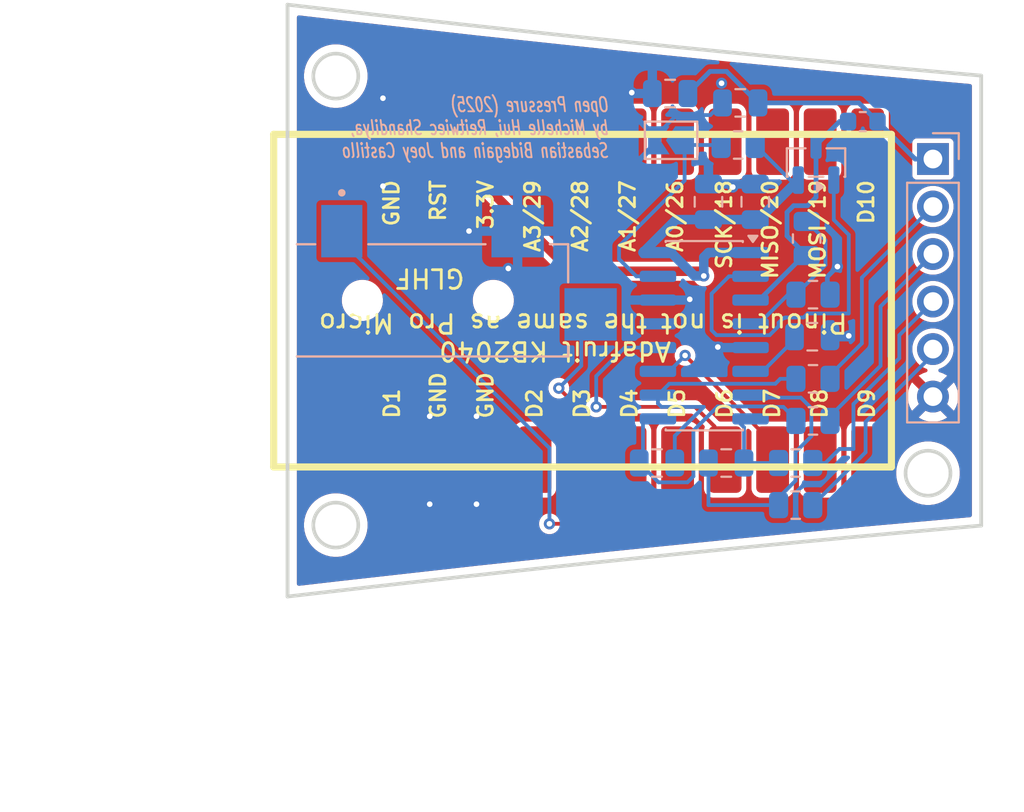
<source format=kicad_pcb>
(kicad_pcb (version 20241229) (generator "pcbnew") (generator_version "9.0")
  (layers (0 "F.Cu" signal) (4 "In1.Cu" signal) (6 "In2.Cu" signal) (2 "B.Cu" signal) (13 "F.Paste" user) (15 "B.Paste" user) (5 "F.SilkS" user "F.Silkscreen") (7 "B.SilkS" user "B.Silkscreen") (1 "F.Mask" user) (3 "B.Mask" user) (25 "Edge.Cuts" user))
  (net 0 "")
  (net 2 "BTN_DETECT")
  (net 10 "Net-(J1-Pin_3)")
  (net 11 "Net-(J1-Pin_4)")
  (net 12 "Net-(J1-Pin_2)")
  (net 13 "GND")
  (net 14 "Net-(J1-Pin_5)")
  (net 15 "/RATE")
  (net 16 "/B-")
  (net 18 "Net-(U2-VFB)")
  (net 19 "/B+")
  (net 20 "Net-(U2-VBG)")
  (net 21 "/A+")
  (net 22 "/A-")
  (net 23 "/SCLK")
  (net 24 "/DATAOUT")
  (net 25 "/TRIGGER")
  (net 26 "Net-(Q2-B)")
  (net 27 "/VPP")
  (net 28 "+3.3V")
  (net 29 "VDDA")
  (footprint "MountingHole:MountingHole_2.2mm_M2" (layer "F.Cu") (at 2.580111 3.81818)
    (property "Reference" "H3" (hide yes))
    (property "Value" "MountingHole")
    (pad "" np_thru_hole circle (at 0 0) (size 2.2 2.2) (drill 2.2) (layers "*.Cu" "*.Mask"))
  )
  (footprint "MountingHole:MountingHole_2.2mm_M2" (layer "F.Cu") (at 2.580111 27.81818)
    (property "Reference" "H4" (hide yes))
    (property "Value" "MountingHole")
    (pad "" np_thru_hole circle (at 0 0) (size 2.2 2.2) (drill 2.2) (layers "*.Cu" "*.Mask"))
  )
  (footprint "MountingHole:MountingHole_2.2mm_M2" (layer "F.Cu") (at 34.235681 25.044318)
    (property "Reference" "H2" (hide yes))
    (property "Value" "MountingHole")
    (pad "" np_thru_hole circle (at 0 0) (size 2.2 2.2) (drill 2.2) (layers "*.Cu" "*.Mask"))
  )
  (footprint "kb2040:kb2040_SMT" (layer "F.Cu") (at 14.5 15.821657 90)
    (property "Reference" "U1" (hide yes))
    (property "Value" "kb2040" (hide yes))
    (fp_line (start 8.89 -15.24) (end -8.89 -15.24) (stroke (width 0.381)) (layer "F.SilkS"))
    (fp_line (start -8.89 -15.24) (end -8.89 17.78) (stroke (width 0.381)) (layer "F.SilkS"))
    (fp_line (start 8.89 17.78) (end 8.89 -15.24) (stroke (width 0.381)) (layer "F.SilkS"))
    (fp_line (start -8.89 17.78) (end 8.89 17.78) (stroke (width 0.381)) (layer "F.SilkS"))
    (fp_text user "D6" (at -5.5 8.86 90) (layer "F.SilkS") (effects (font (size 0.8 0.8))))
    (fp_text user "GND" (at -5.061905 -6.4562 90) (layer "F.SilkS") (effects (font (size 0.8 0.8))))
    (fp_text user "A2/28" (at 4.52381 1.14 90) (layer "F.SilkS") (effects (font (size 0.8 0.8))))
    (fp_text user "Pinout is not the same as Pro Micro" (at -1.2 1.3 180) (layer "F.SilkS"))
    (fp_text user "D3" (at -5.5 1.24 90) (layer "F.SilkS") (effects (font (size 0.8 0.8))))
    (fp_text user "SCK/18" (at 4.066667 8.8362 90) (layer "F.SilkS") (effects (font (size 0.8 0.8))))
    (fp_text user "MISO/20" (at 3.8 11.3 90) (layer "F.SilkS") (effects (font (size 0.8 0.8))))
    (fp_text user "D10" (at 5.266667 16.4308 90) (layer "F.SilkS") (effects (font (size 0.8 0.8))))
    (fp_text user "D5" (at -5.5 6.32 90) (layer "F.SilkS") (effects (font (size 0.8 0.8))))
    (fp_text user "MOSI/19" (at 3.8 13.84 90) (layer "F.SilkS") (effects (font (size 0.8 0.8))))
    (fp_text user "D8" (at -5.5 13.94 90) (layer "F.SilkS") (effects (font (size 0.8 0.8))))
    (fp_text user "A3/29" (at 4.52381 -1.4 90) (layer "F.SilkS") (effects (font (size 0.8 0.8))))
    (fp_text user "A1/27" (at 4.52381 3.68 90) (layer "F.SilkS") (effects (font (size 0.8 0.8))))
    (fp_text user "A0/26" (at 4.52381 6.22 90) (layer "F.SilkS") (effects (font (size 0.8 0.8))))
    (fp_text user "GLHF" (at 1.2 -6.9 180) (layer "F.SilkS"))
    (fp_text user "D1" (at -5.5 -8.92 90) (layer "F.SilkS") (effects (font (size 0.8 0.8))))
    (fp_text user "RST" (at 5.342857 -6.4546 90) (layer "F.SilkS") (effects (font (size 0.8 0.8))))
    (fp_text user "D9" (at -5.5 16.47 90) (layer "F.SilkS") (effects (font (size 0.8 0.8))))
    (fp_text user "Adafruit KB2040" (at -2.7 -0.2 180) (layer "F.SilkS"))
    (fp_text user "3.3V" (at 5.133334 -3.9146 90) (layer "F.SilkS") (effects (font (size 0.8 0.8))))
    (fp_text user "GND" (at 5.209524 -8.9438 90) (layer "F.SilkS") (effects (font (size 0.8 0.8))))
    (fp_text user "D7" (at -5.5 11.4 90) (layer "F.SilkS") (effects (font (size 0.8 0.8))))
    (fp_text user "D4" (at -5.5 3.78 90) (layer "F.SilkS") (effects (font (size 0.8 0.8))))
    (fp_text user "D2" (at -5.5 -1.3 90) (layer "F.SilkS") (effects (font (size 0.8 0.8))))
    (fp_text user "GND" (at -5.061905 -3.9162 90) (layer "F.SilkS") (effects (font (size 0.8 0.8))))
    (pad "3" smd roundrect (at -8.4963 -8.89 90) (size 3.556 1.7526) (layers "F.Cu" "F.Mask" "F.Paste") (roundrect_rratio 0.15))
    (pad "4" smd roundrect (at -8.4963 -6.35 90) (size 3.556 1.7526) (layers "F.Cu" "F.Mask" "F.Paste") (roundrect_rratio 0.15) (net 13 "GND"))
    (pad "5" smd roundrect (at -8.4963 -3.81 90) (size 3.556 1.7526) (layers "F.Cu" "F.Mask" "F.Paste") (roundrect_rratio 0.15) (net 13 "GND"))
    (pad "6" smd roundrect (at -8.4963 -1.27 90) (size 3.556 1.7526) (layers "F.Cu" "F.Mask" "F.Paste") (roundrect_rratio 0.15))
    (pad "7" smd roundrect (at -8.4963 1.27 90) (size 3.556 1.7526) (layers "F.Cu" "F.Mask" "F.Paste") (roundrect_rratio 0.15) (net 2 "BTN_DETECT"))
    (pad "8" smd roundrect (at -8.4963 3.81 90) (size 3.556 1.7526) (layers "F.Cu" "F.Mask" "F.Paste") (roundrect_rratio 0.15) (net 25 "/TRIGGER"))
    (pad "9" smd roundrect (at -8.4963 6.35 90) (size 3.556 1.7526) (layers "F.Cu" "F.Mask" "F.Paste") (roundrect_rratio 0.15))
    (pad "10" smd roundrect (at -8.4963 8.89 90) (size 3.556 1.7526) (layers "F.Cu" "F.Mask" "F.Paste") (roundrect_rratio 0.15) (net 24 "/DATAOUT"))
    (pad "11" smd roundrect (at -8.4963 11.43 90) (size 3.556 1.7526) (layers "F.Cu" "F.Mask" "F.Paste") (roundrect_rratio 0.15) (net 23 "/SCLK"))
    (pad "12" smd roundrect (at -8.4963 13.97 90) (size 3.556 1.7526) (layers "F.Cu" "F.Mask" "F.Paste") (roundrect_rratio 0.15))
    (pad "13" smd roundrect (at -8.4963 16.51 90) (size 3.556 1.7526) (layers "F.Cu" "F.Mask" "F.Paste") (roundrect_rratio 0.15))
    (pad "16" smd roundrect (at 8.4963 -8.89 90) (size 3.556 1.7526) (layers "F.Cu" "F.Mask" "F.Paste") (roundrect_rratio 0.15) (net 13 "GND"))
    (pad "17" smd roundrect (at 8.4963 -6.35 90) (size 3.556 1.7526) (layers "F.Cu" "F.Mask" "F.Paste") (roundrect_rratio 0.15))
    (pad "18" smd roundrect (at 8.4963 -3.81 90) (size 3.556 1.7526) (layers "F.Cu" "F.Mask" "F.Paste") (roundrect_rratio 0.15) (net 28 "+3.3V"))
    (pad "19" smd roundrect (at 8.4963 -1.27 90) (size 3.556 1.7526) (layers "F.Cu" "F.Mask" "F.Paste") (roundrect_rratio 0.15))
    (pad "20" smd roundrect (at 8.4963 1.27 90) (size 3.556 1.7526) (layers "F.Cu" "F.Mask" "F.Paste") (roundrect_rratio 0.15))
    (pad "21" smd roundrect (at 8.4963 3.81 90) (size 3.556 1.7526) (layers "F.Cu" "F.Mask" "F.Paste") (roundrect_rratio 0.15))
    (pad "22" smd roundrect (at 8.4963 6.35 90) (size 3.556 1.7526) (layers "F.Cu" "F.Mask" "F.Paste") (roundrect_rratio 0.15))
    (pad "23" smd roundrect (at 8.4963 8.89 90) (size 3.556 1.7526) (layers "F.Cu" "F.Mask" "F.Paste") (roundrect_rratio 0.15))
    (pad "24" smd roundrect (at 8.4963 11.43 90) (size 3.556 1.7526) (layers "F.Cu" "F.Mask" "F.Paste") (roundrect_rratio 0.15))
    (pad "25" smd roundrect (at 8.4963 13.97 90) (size 3.556 1.7526) (layers "F.Cu" "F.Mask" "F.Paste") (roundrect_rratio 0.15))
    (pad "26" smd roundrect (at 8.4963 16.51 90) (size 3.556 1.7526) (layers "F.Cu" "F.Mask" "F.Paste") (roundrect_rratio 0.15))
  )
  (footprint "CUI_MJ-3523:CUI_MJ-3523-SMT-TR" (layer "B.Cu") (at 0.5 15.8061 90)
    (property "Reference" "J2" (hide yes))
    (property "Value" "MJ-3523-SMT-TR")
    (fp_line (start 3 0) (end 3 0.98) (stroke (width 0.127)) (layer "B.SilkS"))
    (fp_line (start -3 0) (end -3 14.5) (stroke (width 0.127)) (layer "B.SilkS"))
    (fp_line (start 3 10.08) (end 3 3.82) (stroke (width 0.127)) (layer "B.SilkS"))
    (fp_line (start 3 14.5) (end 3 13.52) (stroke (width 0.127)) (layer "B.SilkS"))
    (fp_line (start 0.97 14.5) (end 3 14.5) (stroke (width 0.127)) (layer "B.SilkS"))
    (fp_line (start -3 14.5) (end -2.47 14.5) (stroke (width 0.127)) (layer "B.SilkS"))
    (fp_circle (center 5.75 2.4) (end 5.85 2.4) (stroke (width 0.2)) (fill no) (layer "B.SilkS"))
    (pad "" np_thru_hole circle (at 0 3.5 90) (size 1.7 1.7) (drill 1.7) (layers "*.Cu" "*.Mask"))
    (pad "" np_thru_hole circle (at 0 10.5 90) (size 1.7 1.7) (drill 1.7) (layers "*.Cu" "*.Mask"))
    (pad "1" smd rect (at 3.7 2.4 90) (size 2.8 2.2) (layers "B.Cu" "B.Mask" "B.Paste") (net 25 "/TRIGGER"))
    (pad "2" smd rect (at 3.7 11.8 90) (size 2.8 2.8) (layers "B.Cu" "B.Mask" "B.Paste") (net 13 "GND"))
    (pad "10" smd rect (at -0.75 15.7 90) (size 2.8 2.8) (layers "B.Cu" "B.Mask" "B.Paste") (net 2 "BTN_DETECT"))
  )
  (footprint "Connector_PinHeader_2.54mm:PinHeader_1x06_P2.54mm_Vertical" (layer "B.Cu") (at 34.5 8.25 180)
    (property "Reference" "J1" (hide yes))
    (property "Value" "Conn_01x06" (hide yes))
    (fp_line (start 1.38 -1.27) (end 1.38 -14.08) (stroke (width 0.12)) (layer "B.SilkS"))
    (fp_line (start -1.38 1.38) (end 0 1.38) (stroke (width 0.12)) (layer "B.SilkS"))
    (fp_line (start -1.38 0) (end -1.38 1.38) (stroke (width 0.12)) (layer "B.SilkS"))
    (fp_line (start -1.38 -1.27) (end 1.38 -1.27) (stroke (width 0.12)) (layer "B.SilkS"))
    (fp_line (start -1.38 -1.27) (end -1.38 -14.08) (stroke (width 0.12)) (layer "B.SilkS"))
    (fp_line (start -1.38 -14.08) (end 1.38 -14.08) (stroke (width 0.12)) (layer "B.SilkS"))
    (pad "1" thru_hole rect (at 0 0 180) (size 1.7 1.7) (drill 1) (layers "*.Cu" "*.Mask") (net 27 "/VPP"))
    (pad "2" thru_hole circle (at 0 -2.54 180) (size 1.7 1.7) (drill 1) (layers "*.Cu" "*.Mask") (net 12 "Net-(J1-Pin_2)"))
    (pad "3" thru_hole circle (at 0 -5.08 180) (size 1.7 1.7) (drill 1) (layers "*.Cu" "*.Mask") (net 10 "Net-(J1-Pin_3)"))
    (pad "4" thru_hole circle (at 0 -7.62 180) (size 1.7 1.7) (drill 1) (layers "*.Cu" "*.Mask") (net 11 "Net-(J1-Pin_4)"))
    (pad "5" thru_hole circle (at 0 -10.16 180) (size 1.7 1.7) (drill 1) (layers "*.Cu" "*.Mask") (net 14 "Net-(J1-Pin_5)"))
    (pad "6" thru_hole circle (at 0 -12.7 180) (size 1.7 1.7) (drill 1) (layers "*.Cu" "*.Mask") (net 13 "GND"))
  )
  (footprint "Capacitor_SMD:C_0805_2012Metric" (layer "B.Cu") (at 19.75 24.5 180)
    (property "Reference" "C2" (hide yes))
    (property "Value" "0.1uF")
    (fp_line (start -0.261252 0.735) (end 0.261252 0.735) (stroke (width 0.12)) (layer "B.SilkS"))
    (fp_line (start -0.261252 -0.735) (end 0.261252 -0.735) (stroke (width 0.12)) (layer "B.SilkS"))
    (pad "1" smd roundrect (at -0.95 0 180) (size 1 1.45) (layers "B.Cu" "B.Mask" "B.Paste") (net 19 "/B+"))
    (pad "2" smd roundrect (at 0.95 0 180) (size 1 1.45) (layers "B.Cu" "B.Mask" "B.Paste") (net 16 "/B-"))
  )
  (footprint "Capacitor_SMD:C_0805_2012Metric" (layer "B.Cu") (at 28.05 17.75)
    (property "Reference" "C1" (hide yes))
    (property "Value" "0.1uF")
    (fp_line (start -0.261252 -0.735) (end 0.261252 -0.735) (stroke (width 0.12)) (layer "B.SilkS"))
    (fp_line (start -0.261252 0.735) (end 0.261252 0.735) (stroke (width 0.12)) (layer "B.SilkS"))
    (pad "1" smd roundrect (at -0.95 0) (size 1 1.45) (layers "B.Cu" "B.Mask" "B.Paste") (net 20 "Net-(U2-VBG)"))
    (pad "2" smd roundrect (at 0.95 0) (size 1 1.45) (layers "B.Cu" "B.Mask" "B.Paste") (net 13 "GND"))
  )
  (footprint "Resistor_SMD:R_0805_2012Metric" (layer "B.Cu") (at 28.0875 20)
    (property "Reference" "R2" (hide yes))
    (property "Value" "100")
    (fp_line (start -0.227064 -0.735) (end 0.227064 -0.735) (stroke (width 0.12)) (layer "B.SilkS"))
    (fp_line (start -0.227064 0.735) (end 0.227064 0.735) (stroke (width 0.12)) (layer "B.SilkS"))
    (pad "1" smd roundrect (at -0.9125 0) (size 1.025 1.4) (layers "B.Cu" "B.Mask" "B.Paste") (roundrect_rratio 0.243902) (net 19 "/B+"))
    (pad "2" smd roundrect (at 0.9125 0) (size 1.025 1.4) (layers "B.Cu" "B.Mask" "B.Paste") (roundrect_rratio 0.243902) (net 12 "Net-(J1-Pin_2)"))
  )
  (footprint "Package_TO_SOT_SMD:SOT-23" (layer "B.Cu") (at 28.25 8.4375 90)
    (property "Reference" "Q2" (hide yes))
    (property "Value" "SS8550" (hide yes))
    (fp_line (start 0.76 -1.56) (end -0.76 -1.56) (stroke (width 0.12)) (layer "B.SilkS"))
    (fp_line (start -0.76 -1.56) (end -0.76 -1.51) (stroke (width 0.12)) (layer "B.SilkS"))
    (fp_line (start 0.76 -0.56) (end 0.76 -1.56) (stroke (width 0.12)) (layer "B.SilkS"))
    (fp_line (start -0.76 -0.39) (end -0.76 0.39) (stroke (width 0.12)) (layer "B.SilkS"))
    (fp_line (start -0.76 1.51) (end -0.76 1.56) (stroke (width 0.12)) (layer "B.SilkS"))
    (fp_line (start 0.76 1.56) (end 0.76 0.56) (stroke (width 0.12)) (layer "B.SilkS"))
    (fp_line (start -0.76 1.56) (end 0.76 1.56) (stroke (width 0.12)) (layer "B.SilkS"))
    (fp_poly (pts (xy -1.3 0.38) (xy -1.06 0.05) (xy -1.54 0.05)) (stroke (width 0.12)) (fill yes) (layer "B.SilkS"))
    (pad "1" smd roundrect (at -0.9375 0.95 90) (size 1.475 0.6) (layers "B.Cu" "B.Mask" "B.Paste") (net 26 "Net-(Q2-B)"))
    (pad "2" smd roundrect (at -0.9375 -0.95 90) (size 1.475 0.6) (layers "B.Cu" "B.Mask" "B.Paste") (net 28 "+3.3V"))
    (pad "3" smd roundrect (at 0.9375 0 90) (size 1.475 0.6) (layers "B.Cu" "B.Mask" "B.Paste") (net 29 "VDDA"))
  )
  (footprint "Package_SO:SOIC-16_3.9x9.9mm_P1.27mm" (layer "B.Cu") (at 22.275 17.695 180)
    (property "Reference" "U2" (hide yes))
    (property "Value" "HX711")
    (fp_line (start 2.06 5.06) (end 2.06 5.005) (stroke (width 0.12)) (layer "B.SilkS"))
    (fp_line (start 2.06 -5.005) (end 2.06 -5.06) (stroke (width 0.12)) (layer "B.SilkS"))
    (fp_line (start 2.06 -5.06) (end -2.06 -5.06) (stroke (width 0.12)) (layer "B.SilkS"))
    (fp_line (start -2.06 5.06) (end 2.06 5.06) (stroke (width 0.12)) (layer "B.SilkS"))
    (fp_line (start -2.06 5.005) (end -2.06 5.06) (stroke (width 0.12)) (layer "B.SilkS"))
    (fp_line (start -2.06 -5.06) (end -2.06 -5.005) (stroke (width 0.12)) (layer "B.SilkS"))
    (fp_poly (pts (xy -2.6 5.01) (xy -2.84 5.34) (xy -2.36 5.34)) (stroke (width 0.12)) (fill yes) (layer "B.SilkS"))
    (pad "1" smd roundrect (at -2.475 4.445 180) (size 1.95 0.6) (layers "B.Cu" "B.Mask" "B.Paste") (net 28 "+3.3V"))
    (pad "2" smd roundrect (at -2.475 3.175 180) (size 1.95 0.6) (layers "B.Cu" "B.Mask" "B.Paste") (net 26 "Net-(Q2-B)"))
    (pad "3" smd roundrect (at -2.475 1.905 180) (size 1.95 0.6) (layers "B.Cu" "B.Mask" "B.Paste") (net 29 "VDDA"))
    (pad "4" smd roundrect (at -2.475 0.635 180) (size 1.95 0.6) (layers "B.Cu" "B.Mask" "B.Paste") (net 18 "Net-(U2-VFB)"))
    (pad "5" smd roundrect (at -2.475 -0.635 180) (size 1.95 0.6) (layers "B.Cu" "B.Mask" "B.Paste") (net 13 "GND"))
    (pad "6" smd roundrect (at -2.475 -1.905 180) (size 1.95 0.6) (layers "B.Cu" "B.Mask" "B.Paste") (net 20 "Net-(U2-VBG)"))
    (pad "7" smd roundrect (at -2.475 -3.175 180) (size 1.95 0.6) (layers "B.Cu" "B.Mask" "B.Paste") (net 22 "/A-"))
    (pad "8" smd roundrect (at -2.475 -4.445 180) (size 1.95 0.6) (layers "B.Cu" "B.Mask" "B.Paste") (net 21 "/A+"))
    (pad "9" smd roundrect (at 2.475 -4.445 180) (size 1.95 0.6) (layers "B.Cu" "B.Mask" "B.Paste") (net 16 "/B-"))
    (pad "10" smd roundrect (at 2.475 -3.175 180) (size 1.95 0.6) (layers "B.Cu" "B.Mask" "B.Paste") (net 19 "/B+"))
    (pad "11" smd roundrect (at 2.475 -1.905 180) (size 1.95 0.6) (layers "B.Cu" "B.Mask" "B.Paste") (net 23 "/SCLK"))
    (pad "12" smd roundrect (at 2.475 -0.635 180) (size 1.95 0.6) (layers "B.Cu" "B.Mask" "B.Paste") (net 24 "/DATAOUT"))
    (pad "13" smd roundrect (at 2.475 0.635 180) (size 1.95 0.6) (layers "B.Cu" "B.Mask" "B.Paste"))
    (pad "14" smd roundrect (at 2.475 1.905 180) (size 1.95 0.6) (layers "B.Cu" "B.Mask" "B.Paste") (net 13 "GND"))
    (pad "15" smd roundrect (at 2.475 3.175 180) (size 1.95 0.6) (layers "B.Cu" "B.Mask" "B.Paste") (net 15 "/RATE"))
    (pad "16" smd roundrect (at 2.475 4.445 180) (size 1.95 0.6) (layers "B.Cu" "B.Mask" "B.Paste") (net 28 "+3.3V"))
  )
  (footprint "Inductor_SMD:L_0603_1608Metric" (layer "B.Cu") (at 30.75 6.25 180)
    (property "Reference" "L1" (hide yes))
    (property "Value" "3.3uH")
    (fp_line (start -0.162779 0.51) (end 0.162779 0.51) (stroke (width 0.12)) (layer "B.SilkS"))
    (fp_line (start -0.162779 -0.51) (end 0.162779 -0.51) (stroke (width 0.12)) (layer "B.SilkS"))
    (pad "1" smd roundrect (at -0.7875 0 180) (size 0.875 0.95) (layers "B.Cu" "B.Mask" "B.Paste") (net 27 "/VPP"))
    (pad "2" smd roundrect (at 0.7875 0 180) (size 0.875 0.95) (layers "B.Cu" "B.Mask" "B.Paste") (net 29 "VDDA"))
  )
  (footprint "Capacitor_SMD:C_0805_2012Metric" (layer "B.Cu") (at 22.5 10.5375 90)
    (property "Reference" "C7" (hide yes))
    (property "Value" "0.1uF")
    (fp_line (start -0.261252 -0.735) (end 0.261252 -0.735) (stroke (width 0.12)) (layer "B.SilkS"))
    (fp_line (start -0.261252 0.735) (end 0.261252 0.735) (stroke (width 0.12)) (layer "B.SilkS"))
    (pad "1" smd roundrect (at -0.95 0 90) (size 1 1.45) (layers "B.Cu" "B.Mask" "B.Paste") (net 28 "+3.3V"))
    (pad "2" smd roundrect (at 0.95 0 90) (size 1 1.45) (layers "B.Cu" "B.Mask" "B.Paste") (net 13 "GND"))
  )
  (footprint "Capacitor_SMD:C_0805_2012Metric" (layer "B.Cu") (at 24.2 5.25 180)
    (property "Reference" "C4" (hide yes))
    (property "Value" "10uF")
    (fp_line (start -0.261252 0.735) (end 0.261252 0.735) (stroke (width 0.12)) (layer "B.SilkS"))
    (fp_line (start -0.261252 -0.735) (end 0.261252 -0.735) (stroke (width 0.12)) (layer "B.SilkS"))
    (pad "1" smd roundrect (at -0.95 0 180) (size 1 1.45) (layers "B.Cu" "B.Mask" "B.Paste") (net 27 "/VPP"))
    (pad "2" smd roundrect (at 0.95 0 180) (size 1 1.45) (layers "B.Cu" "B.Mask" "B.Paste") (net 13 "GND"))
  )
  (footprint "Capacitor_SMD:C_0805_2012Metric" (layer "B.Cu") (at 20.45 4.75 180)
    (property "Reference" "C5" (hide yes))
    (property "Value" "0.1uF")
    (fp_line (start -0.261252 0.735) (end 0.261252 0.735) (stroke (width 0.12)) (layer "B.SilkS"))
    (fp_line (start -0.261252 -0.735) (end 0.261252 -0.735) (stroke (width 0.12)) (layer "B.SilkS"))
    (pad "1" smd roundrect (at -0.95 0 180) (size 1 1.45) (layers "B.Cu" "B.Mask" "B.Paste") (net 27 "/VPP"))
    (pad "2" smd roundrect (at 0.95 0 180) (size 1 1.45) (layers "B.Cu" "B.Mask" "B.Paste") (net 13 "GND"))
  )
  (footprint "Resistor_SMD:R_0805_2012Metric" (layer "B.Cu") (at 28.0875 22.25 180)
    (property "Reference" "R1" (hide yes))
    (property "Value" "100")
    (fp_line (start -0.227064 0.735) (end 0.227064 0.735) (stroke (width 0.12)) (layer "B.SilkS"))
    (fp_line (start -0.227064 -0.735) (end 0.227064 -0.735) (stroke (width 0.12)) (layer "B.SilkS"))
    (pad "1" smd roundrect (at -0.9125 0 180) (size 1.025 1.4) (layers "B.Cu" "B.Mask" "B.Paste") (roundrect_rratio 0.243902) (net 10 "Net-(J1-Pin_3)"))
    (pad "2" smd roundrect (at 0.9125 0 180) (size 1.025 1.4) (layers "B.Cu" "B.Mask" "B.Paste") (roundrect_rratio 0.243902) (net 16 "/B-"))
  )
  (footprint "Capacitor_SMD:C_0805_2012Metric" (layer "B.Cu") (at 25 10.5375 90)
    (property "Reference" "C6" (hide yes))
    (property "Value" "10uF")
    (fp_line (start -0.261252 -0.735) (end 0.261252 -0.735) (stroke (width 0.12)) (layer "B.SilkS"))
    (fp_line (start -0.261252 0.735) (end 0.261252 0.735) (stroke (width 0.12)) (layer "B.SilkS"))
    (pad "1" smd roundrect (at -0.95 0 90) (size 1 1.45) (layers "B.Cu" "B.Mask" "B.Paste") (net 28 "+3.3V"))
    (pad "2" smd roundrect (at 0.95 0 90) (size 1 1.45) (layers "B.Cu" "B.Mask" "B.Paste") (net 13 "GND"))
  )
  (footprint "Resistor_SMD:R_0805_2012Metric" (layer "B.Cu") (at 24.0875 7.5)
    (property "Reference" "R7" (hide yes))
    (property "Value" "10K")
    (fp_line (start -0.227064 -0.735) (end 0.227064 -0.735) (stroke (width 0.12)) (layer "B.SilkS"))
    (fp_line (start -0.227064 0.735) (end 0.227064 0.735) (stroke (width 0.12)) (layer "B.SilkS"))
    (pad "1" smd roundrect (at -0.9125 0) (size 1.025 1.4) (layers "B.Cu" "B.Mask" "B.Paste") (roundrect_rratio 0.243902) (net 15 "/RATE"))
    (pad "2" smd roundrect (at 0.9125 0) (size 1.025 1.4) (layers "B.Cu" "B.Mask" "B.Paste") (roundrect_rratio 0.243902) (net 28 "+3.3V"))
  )
  (footprint "Resistor_SMD:R_0805_2012Metric" (layer "B.Cu") (at 27.1625 26.75)
    (property "Reference" "R3" (hide yes))
    (property "Value" "100")
    (fp_line (start -0.227064 -0.735) (end 0.227064 -0.735) (stroke (width 0.12)) (layer "B.SilkS"))
    (fp_line (start -0.227064 0.735) (end 0.227064 0.735) (stroke (width 0.12)) (layer "B.SilkS"))
    (pad "1" smd roundrect (at -0.9125 0) (size 1.025 1.4) (layers "B.Cu" "B.Mask" "B.Paste") (roundrect_rratio 0.243902) (net 22 "/A-"))
    (pad "2" smd roundrect (at 0.9125 0) (size 1.025 1.4) (layers "B.Cu" "B.Mask" "B.Paste") (roundrect_rratio 0.243902) (net 14 "Net-(J1-Pin_5)"))
  )
  (footprint "Resistor_SMD:R_0805_2012Metric" (layer "B.Cu") (at 28.0875 15.5 180)
    (property "Reference" "R6" (hide yes))
    (property "Value" "8.2K")
    (fp_line (start -0.227064 0.735) (end 0.227064 0.735) (stroke (width 0.12)) (layer "B.SilkS"))
    (fp_line (start -0.227064 -0.735) (end 0.227064 -0.735) (stroke (width 0.12)) (layer "B.SilkS"))
    (pad "1" smd roundrect (at -0.9125 0 180) (size 1.025 1.4) (layers "B.Cu" "B.Mask" "B.Paste") (roundrect_rratio 0.243902) (net 13 "GND"))
    (pad "2" smd roundrect (at 0.9125 0 180) (size 1.025 1.4) (layers "B.Cu" "B.Mask" "B.Paste") (roundrect_rratio 0.243902) (net 18 "Net-(U2-VFB)"))
  )
  (footprint "Resistor_SMD:R_0805_2012Metric" (layer "B.Cu") (at 27.1625 24.5)
    (property "Reference" "R4" (hide yes))
    (property "Value" "100")
    (fp_line (start -0.227064 -0.735) (end 0.227064 -0.735) (stroke (width 0.12)) (layer "B.SilkS"))
    (fp_line (start -0.227064 0.735) (end 0.227064 0.735) (stroke (width 0.12)) (layer "B.SilkS"))
    (pad "1" smd roundrect (at -0.9125 0) (size 1.025 1.4) (layers "B.Cu" "B.Mask" "B.Paste") (roundrect_rratio 0.243902) (net 21 "/A+"))
    (pad "2" smd roundrect (at 0.9125 0) (size 1.025 1.4) (layers "B.Cu" "B.Mask" "B.Paste") (roundrect_rratio 0.243902) (net 11 "Net-(J1-Pin_4)"))
  )
  (footprint "Capacitor_SMD:C_0805_2012Metric" (layer "B.Cu") (at 23.45 24.5 180)
    (property "Reference" "C3" (hide yes))
    (property "Value" "0.1uF")
    (fp_line (start -0.261252 0.735) (end 0.261252 0.735) (stroke (width 0.12)) (layer "B.SilkS"))
    (fp_line (start -0.261252 -0.735) (end 0.261252 -0.735) (stroke (width 0.12)) (layer "B.SilkS"))
    (pad "1" smd roundrect (at -0.95 0 180) (size 1 1.45) (layers "B.Cu" "B.Mask" "B.Paste") (net 21 "/A+"))
    (pad "2" smd roundrect (at 0.95 0 180) (size 1 1.45) (layers "B.Cu" "B.Mask" "B.Paste") (net 22 "/A-"))
  )
  (footprint "Jumper:SolderJumper-2_P1.3mm_Open_TrianglePad1.0x1.5mm" (layer "B.Cu") (at 20.5 7.25 180)
    (property "Reference" "JP1" (hide yes))
    (property "Value" "SolderJumper_2_Open")
    (fp_line (start 1.4 1) (end 1.4 -1) (stroke (width 0.12)) (layer "B.SilkS"))
    (fp_line (start 1.4 -1) (end -1.4 -1) (stroke (width 0.12)) (layer "B.SilkS"))
    (fp_line (start -1.4 1) (end 1.4 1) (stroke (width 0.12)) (layer "B.SilkS"))
    (fp_line (start -1.4 -1) (end -1.4 1) (stroke (width 0.12)) (layer "B.SilkS"))
    (pad "1" smd custom (at -0.725 0 180) (size 0.3 0.3) (layers "B.Cu" "B.Mask") (net 15 "/RATE") (options (clearance outline) (anchor rect)) (primitives (gr_poly (pts (xy 1 0) (xy 0.5 -0.75) (xy -0.5 -0.75) (xy -0.5 0.75) (xy 0.5 0.75)) (width 0) (fill yes))))
    (pad "2" smd custom (at 0.725 0 180) (size 0.3 0.3) (layers "B.Cu" "B.Mask") (net 13 "GND") (options (clearance outline) (anchor rect)) (primitives (gr_poly (pts (xy 0.5 -0.75) (xy -0.65 -0.75) (xy -0.15 0) (xy -0.65 0.75) (xy 0.5 0.75)) (width 0) (fill yes))))
  )
  (footprint "Resistor_SMD:R_0805_2012Metric" (layer "B.Cu") (at 27.75 12.5 90)
    (property "Reference" "R5" (hide yes))
    (property "Value" "20K" (hide yes))
    (fp_line (start -0.227064 -0.735) (end 0.227064 -0.735) (stroke (width 0.12)) (layer "B.SilkS"))
    (fp_line (start -0.227064 0.735) (end 0.227064 0.735) (stroke (width 0.12)) (layer "B.SilkS"))
    (pad "1" smd roundrect (at -0.9125 0 90) (size 1.025 1.4) (layers "B.Cu" "B.Mask" "B.Paste") (roundrect_rratio 0.243902) (net 29 "VDDA"))
    (pad "2" smd roundrect (at 0.9125 0 90) (size 1.025 1.4) (layers "B.Cu" "B.Mask" "B.Paste") (roundrect_rratio 0.243902) (net 18 "Net-(U2-VFB)"))
  )
  (gr_circle (center 34.235681 25.044318) (end 33.035681 25.044318) (stroke (width 0.2)) (fill no) (layer "Edge.Cuts"))
  (gr_line (start 0 31.63636) (end 0 0) (stroke (width 0.2)) (layer "Edge.Cuts"))
  (gr_circle (center 2.580111 27.81818) (end 1.380111 27.81818) (stroke (width 0.2)) (fill no) (layer "Edge.Cuts"))
  (gr_line (start 37.080112 27.8441) (end 37.080112 3.79226) (stroke (width 0.2)) (layer "Edge.Cuts"))
  (gr_curve (pts (xy 37.080112 3.79226) (xy 24.624482 2.718587) (xy 12.193864 1.418579) (xy 0 0)) (stroke (width 0.2)) (layer "Edge.Cuts"))
  (gr_curve (pts (xy 37.080112 27.8441) (xy 24.624482 28.917773) (xy 12.193864 30.217781) (xy 0 31.63636)) (stroke (width 0.2)) (layer "Edge.Cuts"))
  (gr_circle (center 2.580111 3.81818) (end 1.380111 3.81818) (stroke (width 0.2)) (fill no) (layer "Edge.Cuts"))
  (gr_text "Open Pressure (2025)\nby Michelle Hui, Reitwiec Shandilya, \nSebastian Bidegain and Joey Castillo" (at 17.25 8.25 0) (layer "B.SilkS") (effects (font (size 0.762 0.5) (thickness 0.1) (bold yes) (italic yes)) (justify left bottom mirror)))
  (segment (start 15.2 21.2) (end 15.2 24.317957) (width 0.2032) (layer "F.Cu") (net 2))
  (segment (start 14.5 20.5) (end 15.2 21.2) (width 0.2032) (layer "F.Cu") (net 2))
  (via (at 14.5 20.5) (size 0.6) (drill 0.3) (layers "F.Cu" "B.Cu") (net 2))
  (segment (start 15.7 16.5561) (end 15.7 19.3) (width 0.2032) (layer "B.Cu") (net 2))
  (segment (start 15.7 19.3) (end 14.5 20.5) (width 0.2032) (layer "B.Cu") (net 2))
  (segment (start 34.5 13.33) (end 31.7 16.13) (width 0.2032) (layer "B.Cu") (net 10))
  (segment (start 31.7 16.13) (end 31.7 19.3) (width 0.2032) (layer "B.Cu") (net 10))
  (segment (start 29 22) (end 29 22.25) (width 0.2032) (layer "B.Cu") (net 10))
  (segment (start 31.7 19.3) (end 29 22) (width 0.2032) (layer "B.Cu") (net 10))
  (segment (start 29.5 23.75) (end 28.75 24.5) (width 0.2032) (layer "B.Cu") (net 11))
  (segment (start 28.75 24.5) (end 28.075 24.5) (width 0.2032) (layer "B.Cu") (net 11))
  (segment (start 30.25 21.35) (end 30.25 23.75) (width 0.2032) (layer "B.Cu") (net 11))
  (segment (start 32.7 18.9) (end 30.25 21.35) (width 0.2032) (layer "B.Cu") (net 11))
  (segment (start 30.25 23.75) (end 29.5 23.75) (width 0.2032) (layer "B.Cu") (net 11))
  (segment (start 32.7 17.67) (end 32.7 18.9) (width 0.2032) (layer "B.Cu") (net 11))
  (segment (start 34.5 15.87) (end 32.7 17.67) (width 0.2032) (layer "B.Cu") (net 11))
  (segment (start 30.7 14.59) (end 30.7 18.1) (width 0.2032) (layer "B.Cu") (net 12))
  (segment (start 29 19.8) (end 29 20) (width 0.2032) (layer "B.Cu") (net 12))
  (segment (start 34.5 10.79) (end 30.7 14.59) (width 0.2032) (layer "B.Cu") (net 12))
  (segment (start 30.7 18.1) (end 29 19.8) (width 0.2032) (layer "B.Cu") (net 12))
  (via (at 23.2 4.2) (size 0.6) (drill 0.3) (layers "F.Cu" "B.Cu") (net 13))
  (via (at 7.6 26.7) (size 0.6) (drill 0.3) (layers "F.Cu" "B.Cu") (net 13))
  (via (at 18.4 4.7) (size 0.6) (drill 0.3) (layers "F.Cu" "B.Cu") (net 13))
  (via (at 7.6 22) (size 0.6) (drill 0.3) (layers "F.Cu" "B.Cu") (net 13))
  (via (at 23 18.3) (size 0.6) (drill 0.3) (layers "F.Cu" "B.Cu") (net 13))
  (via (at 10.1 26.7) (size 0.6) (drill 0.3) (layers "F.Cu" "B.Cu") (net 13))
  (via (at 30 17.7) (size 0.6) (drill 0.3) (layers "F.Cu" "B.Cu") (net 13))
  (via (at 29.3952 14) (size 0.6) (drill 0.3) (layers "F.Cu" "B.Cu") (net 13))
  (via (at 10.1 22) (size 0.6) (drill 0.3) (layers "F.Cu" "B.Cu") (net 13))
  (via (at 5.1 9.7) (size 0.6) (drill 0.3) (layers "F.Cu" "B.Cu") (net 13))
  (via (at 11.8 14.1) (size 0.6) (drill 0.3) (layers "F.Cu" "B.Cu") (net 13))
  (via (at 5.1 5) (size 0.6) (drill 0.3) (layers "F.Cu" "B.Cu") (net 13))
  (via (at 9.7 12.1) (size 0.6) (drill 0.3) (layers "F.Cu" "B.Cu") (net 13))
  (via (at 23.8 9.75) (size 0.6) (drill 0.3) (layers "F.Cu" "B.Cu") (net 13))
  (via (at 21.5 15.75) (size 0.6) (drill 0.3) (layers "F.Cu" "B.Cu") (net 13))
  (segment (start 19.775 6.925) (end 19.775 7.25) (width 0.2032) (layer "B.Cu") (net 13))
  (segment (start 29.3952 14) (end 28.853836 14.541364) (width 0.254) (layer "B.Cu") (net 13))
  (segment (start 22.6 5.9) (end 20.8 5.9) (width 0.2032) (layer "B.Cu") (net 13))
  (segment (start 28.853836 14.838719) (end 29 14.984883) (width 0.254) (layer "B.Cu") (net 13))
  (segment (start 29 14.984883) (end 29 15.5) (width 0.254) (layer "B.Cu") (net 13))
  (segment (start 23.25 5.25) (end 22.6 5.9) (width 0.2032) (layer "B.Cu") (net 13))
  (segment (start 28.853836 14.541364) (end 28.853836 14.838719) (width 0.254) (layer "B.Cu") (net 13))
  (segment (start 20.8 5.9) (end 19.775 6.925) (width 0.2032) (layer "B.Cu") (net 13))
  (segment (start 30.9 23.925) (end 28.075 26.75) (width 0.2032) (layer "B.Cu") (net 14))
  (segment (start 34.5 18.7) (end 30.9 22.3) (width 0.2032) (layer "B.Cu") (net 14))
  (segment (start 34.5 18.41) (end 34.5 18.7) (width 0.2032) (layer "B.Cu") (net 14))
  (segment (start 30.9 22.3) (end 30.9 23.925) (width 0.2032) (layer "B.Cu") (net 14))
  (segment (start 21.225 9.401244) (end 17.7192 12.907044) (width 0.2032) (layer "B.Cu") (net 15))
  (segment (start 21.475 7.5) (end 21.225 7.25) (width 0.2032) (layer "B.Cu") (net 15))
  (segment (start 17.7192 13.592956) (end 18.646244 14.52) (width 0.2032) (layer "B.Cu") (net 15))
  (segment (start 18.646244 14.52) (end 19 14.52) (width 0.2032) (layer "B.Cu") (net 15))
  (segment (start 17.7192 12.907044) (end 17.7192 13.592956) (width 0.2032) (layer "B.Cu") (net 15))
  (segment (start 21.225 7.25) (end 21.225 9.401244) (width 0.2032) (layer "B.Cu") (net 15))
  (segment (start 23.175 7.5) (end 21.475 7.5) (width 0.2032) (layer "B.Cu") (net 15))
  (segment (start 19 22.14) (end 19 24.3) (width 0.2032) (layer "B.Cu") (net 16))
  (segment (start 26.5 21.5) (end 27.175 22.175) (width 0.2032) (layer "B.Cu") (net 16))
  (segment (start 22.990444 21.4758) (end 25.9758 21.4758) (width 0.2032) (layer "B.Cu") (net 16))
  (segment (start 21.6942 25.212146) (end 21.6942 22.772044) (width 0.2032) (layer "B.Cu") (net 16))
  (segment (start 19.8308 25.5308) (end 21.375546 25.5308) (width 0.2032) (layer "B.Cu") (net 16))
  (segment (start 21.375546 25.5308) (end 21.6942 25.212146) (width 0.2032) (layer "B.Cu") (net 16))
  (segment (start 26 21.5) (end 26.5 21.5) (width 0.2032) (layer "B.Cu") (net 16))
  (segment (start 27.175 22.175) (end 27.175 22.25) (width 0.2032) (layer "B.Cu") (net 16))
  (segment (start 25.9758 21.4758) (end 26 21.5) (width 0.2032) (layer "B.Cu") (net 16))
  (segment (start 18.8 24.5) (end 19.8308 25.5308) (width 0.2032) (layer "B.Cu") (net 16))
  (segment (start 19 24.3) (end 18.8 24.5) (width 0.2032) (layer "B.Cu") (net 16))
  (segment (start 21.6942 22.772044) (end 22.990444 21.4758) (width 0.2032) (layer "B.Cu") (net 16))
  (segment (start 26.75 15.5) (end 27.167946 15.5) (width 0.2032) (layer "B.Cu") (net 18))
  (segment (start 28.7558 12.5933) (end 27.75 11.5875) (width 0.2032) (layer "B.Cu") (net 18))
  (segment (start 28.7558 13.912146) (end 28.7558 12.5933) (width 0.2032) (layer "B.Cu") (net 18))
  (segment (start 23.95 17.06) (end 25.19 17.06) (width 0.2032) (layer "B.Cu") (net 18))
  (segment (start 27.167946 15.5) (end 28.7558 13.912146) (width 0.2032) (layer "B.Cu") (net 18))
  (segment (start 25.19 17.06) (end 26.75 15.5) (width 0.2032) (layer "B.Cu") (net 18))
  (segment (start 19.8 20.87) (end 19.8 21.316244) (width 0.2032) (layer "B.Cu") (net 19))
  (segment (start 19.8 21.316244) (end 19.983756 21.5) (width 0.2032) (layer "B.Cu") (net 19))
  (segment (start 19.983756 21.5) (end 22.25 21.5) (width 0.2032) (layer "B.Cu") (net 19))
  (segment (start 22.25 21.5) (end 20.7 23.05) (width 0.2032) (layer "B.Cu") (net 19))
  (segment (start 27.175 20) (end 26.3375 20) (width 0.2032) (layer "B.Cu") (net 19))
  (segment (start 26.3375 20) (end 26.0733 20.2642) (width 0.2032) (layer "B.Cu") (net 19))
  (segment (start 20.4058 20.2642) (end 19.8 20.87) (width 0.2032) (layer "B.Cu") (net 19))
  (segment (start 20.7 23.05) (end 20.7 24.5) (width 0.2032) (layer "B.Cu") (net 19))
  (segment (start 26.0733 20.2642) (end 20.4058 20.2642) (width 0.2032) (layer "B.Cu") (net 19))
  (segment (start 27.1 17.9) (end 25.4 19.6) (width 0.2032) (layer "B.Cu") (net 20))
  (segment (start 27.1 17.75) (end 27.1 17.9) (width 0.2032) (layer "B.Cu") (net 20))
  (segment (start 25.4 19.6) (end 23.95 19.6) (width 0.2032) (layer "B.Cu") (net 20))
  (segment (start 24.4 22.59) (end 23.95 22.14) (width 0.2032) (layer "B.Cu") (net 21))
  (segment (start 24.4 24.5) (end 24.4 22.59) (width 0.2032) (layer "B.Cu") (net 21))
  (segment (start 26.25 24.5) (end 24.4 24.5) (width 0.2032) (layer "B.Cu") (net 21))
  (segment (start 27.436246 21.0058) (end 28 21.569554) (width 0.2032) (layer "B.Cu") (net 22))
  (segment (start 23.95 20.87) (end 24.0858 21.0058) (width 0.2032) (layer "B.Cu") (net 22))
  (segment (start 24.0858 21.0058) (end 27.436246 21.0058) (width 0.2032) (layer "B.Cu") (net 22))
  (segment (start 26.25 26.35) (end 26.25 26.75) (width 0.2032) (layer "B.Cu") (net 22))
  (segment (start 28 23.069554) (end 27.1558 23.913754) (width 0.2032) (layer "B.Cu") (net 22))
  (segment (start 27.1558 23.913754) (end 27.1558 25.4442) (width 0.2032) (layer "B.Cu") (net 22))
  (segment (start 27.1558 25.4442) (end 26.25 26.35) (width 0.2032) (layer "B.Cu") (net 22))
  (segment (start 28 21.569554) (end 28 23.069554) (width 0.2032) (layer "B.Cu") (net 22))
  (segment (start 22.5 26.75) (end 22.5 24.5) (width 0.2032) (layer "B.Cu") (net 22))
  (segment (start 26.25 26.75) (end 22.5 26.75) (width 0.2032) (layer "B.Cu") (net 22))
  (segment (start 25.36 22.86) (end 25.36 24.317957) (width 0.2032) (layer "F.Cu") (net 23))
  (segment (start 21.25 18.75) (end 25.36 22.86) (width 0.2032) (layer "F.Cu") (net 23))
  (via (at 21.25 18.75) (size 0.6) (drill 0.3) (layers "F.Cu" "B.Cu") (net 23))
  (segment (start 21.25 18.75) (end 20.4 19.6) (width 0.2032) (layer "B.Cu") (net 23))
  (segment (start 20.4 19.6) (end 19 19.6) (width 0.2032) (layer "B.Cu") (net 23))
  (segment (start 22.82 22.539958) (end 22.82 24.317957) (width 0.2032) (layer "F.Cu") (net 24))
  (segment (start 16.5 21.5) (end 21.780042 21.5) (width 0.2032) (layer "F.Cu") (net 24))
  (segment (start 21.780042 21.5) (end 22.82 22.539958) (width 0.2032) (layer "F.Cu") (net 24))
  (via (at 16.5 21.5) (size 0.6) (drill 0.3) (layers "F.Cu" "B.Cu") (net 24))
  (segment (start 16.5 19.855001) (end 16.5 21.5) (width 0.2032) (layer "B.Cu") (net 24))
  (segment (start 18.025001 18.33) (end 16.5 19.855001) (width 0.2032) (layer "B.Cu") (net 24))
  (segment (start 19 18.33) (end 18.025001 18.33) (width 0.2032) (layer "B.Cu") (net 24))
  (segment (start 16.085956 27.75) (end 17.74 26.095956) (width 0.2032) (layer "F.Cu") (net 25))
  (segment (start 14 27.75) (end 16.085956 27.75) (width 0.2032) (layer "F.Cu") (net 25))
  (segment (start 17.74 26.095956) (end 17.74 24.317957) (width 0.2032) (layer "F.Cu") (net 25))
  (via (at 14 27.75) (size 0.6) (drill 0.3) (layers "F.Cu" "B.Cu") (net 25))
  (segment (start 14 23.7061) (end 14 27.75) (width 0.2032) (layer "B.Cu") (net 25))
  (segment (start 2.4 12.1061) (end 14 23.7061) (width 0.2032) (layer "B.Cu") (net 25))
  (segment (start 26.582054 16.75) (end 26.5 16.75) (width 0.2032) (layer "B.Cu") (net 26))
  (segment (start 29.2 9.375) (end 29.2 11.5) (width 0.2032) (layer "B.Cu") (net 26))
  (segment (start 27.587146 16.7192) (end 26.612854 16.7192) (width 0.2032) (layer "B.Cu") (net 26))
  (segment (start 26.612854 16.7192) (end 26.582054 16.75) (width 0.2032) (layer "B.Cu") (net 26))
  (segment (start 26.5 16.75) (end 26.25 17) (width 0.2032) (layer "B.Cu") (net 26))
  (segment (start 26.25 17) (end 26.25 17.183756) (width 0.2032) (layer "B.Cu") (net 26))
  (segment (start 29.2 11.5) (end 30 12.3) (width 0.2032) (layer "B.Cu") (net 26))
  (segment (start 25.767956 17.6658) (end 22.932044 17.6658) (width 0.2032) (layer "B.Cu") (net 26))
  (segment (start 22.932044 17.6658) (end 22.6692 17.402956) (width 0.2032) (layer "B.Cu") (net 26))
  (segment (start 30 16.5058) (end 27.800546 16.5058) (width 0.2032) (layer "B.Cu") (net 26))
  (segment (start 30 12.3) (end 30 16.5058) (width 0.2032) (layer "B.Cu") (net 26))
  (segment (start 23.596244 14.52) (end 23.95 14.52) (width 0.2032) (layer "B.Cu") (net 26))
  (segment (start 26.25 17.183756) (end 25.767956 17.6658) (width 0.2032) (layer "B.Cu") (net 26))
  (segment (start 27.800546 16.5058) (end 27.587146 16.7192) (width 0.2032) (layer "B.Cu") (net 26))
  (segment (start 22.6692 17.402956) (end 22.6692 15.447044) (width 0.2032) (layer "B.Cu") (net 26))
  (segment (start 22.6692 15.447044) (end 23.596244 14.52) (width 0.2032) (layer "B.Cu") (net 26))
  (segment (start 22.5812 3.5688) (end 23.4688 3.5688) (width 0.254) (layer "B.Cu") (net 27))
  (segment (start 33.55 8.25) (end 31.55 6.25) (width 0.254) (layer "B.Cu") (net 27))
  (segment (start 21.4 4.75) (end 22.5812 3.5688) (width 0.254) (layer "B.Cu") (net 27))
  (segment (start 30.5375 5.25) (end 31.5375 6.25) (width 0.254) (layer "B.Cu") (net 27))
  (segment (start 31.55 6.25) (end 31.5375 6.25) (width 0.254) (layer "B.Cu") (net 27))
  (segment (start 25.15 5.25) (end 30.5375 5.25) (width 0.254) (layer "B.Cu") (net 27))
  (segment (start 34.5 8.25) (end 33.55 8.25) (width 0.254) (layer "B.Cu") (net 27))
  (segment (start 23.4688 3.5688) (end 25.15 5.25) (width 0.254) (layer "B.Cu") (net 27))
  (segment (start 15.15 14.25) (end 10.12 9.22) (width 0.508) (layer "F.Cu") (net 28))
  (segment (start 22 14.25) (end 15.15 14.25) (width 0.508) (layer "F.Cu") (net 28))
  (segment (start 22.25 14.5) (end 22 14.25) (width 0.508) (layer "F.Cu") (net 28))
  (segment (start 10.12 9.22) (end 10.12 7.325357) (width 0.508) (layer "F.Cu") (net 28))
  (via (at 22.25 14.5) (size 0.6) (drill 0.3) (layers "F.Cu" "B.Cu") (net 28))
  (segment (start 27.3 9.375) (end 26.875 9.375) (width 0.2032) (layer "B.Cu") (net 28))
  (segment (start 20.5 13.25) (end 19 13.25) (width 0.508) (layer "B.Cu") (net 28))
  (segment (start 21.75 14.5) (end 20.5 13.25) (width 0.508) (layer "B.Cu") (net 28))
  (segment (start 22.25 14.5) (end 22.25 13.5) (width 0.508) (layer "B.Cu") (net 28))
  (segment (start 22.5 11.4875) (end 25 11.4875) (width 0.508) (layer "B.Cu") (net 28))
  (segment (start 22.25 14.5) (end 21.75 14.5) (width 0.508) (layer "B.Cu") (net 28))
  (segment (start 20.7625 11.4875) (end 22.5 11.4875) (width 0.508) (layer "B.Cu") (net 28))
  (segment (start 22.5 13.25) (end 23.95 13.25) (width 0.508) (layer "B.Cu") (net 28))
  (segment (start 22.25 13.5) (end 22.5 13.25) (width 0.508) (layer "B.Cu") (net 28))
  (segment (start 25.1875 11.4875) (end 27.3 9.375) (width 0.508) (layer "B.Cu") (net 28))
  (segment (start 26.875 9.375) (end 25 7.5) (width 0.2032) (layer "B.Cu") (net 28))
  (segment (start 19 13.25) (end 20.7625 11.4875) (width 0.508) (layer "B.Cu") (net 28))
  (segment (start 25 11.4875) (end 25.1875 11.4875) (width 0.508) (layer "B.Cu") (net 28))
  (segment (start 27.052332 10.7438) (end 26.7 11.096132) (width 0.254) (layer "B.Cu") (net 29))
  (segment (start 26.7 11.096132) (end 26.7 12.3625) (width 0.254) (layer "B.Cu") (net 29))
  (segment (start 28.25 10.2938) (end 27.8 10.7438) (width 0.254) (layer "B.Cu") (net 29))
  (segment (start 27.75 13.4125) (end 27.5875 13.4125) (width 0.254) (layer "B.Cu") (net 29))
  (segment (start 29.9625 6.25) (end 29.5 6.25) (width 0.254) (layer "B.Cu") (net 29))
  (segment (start 29.5 6.25) (end 28.25 7.5) (width 0.254) (layer "B.Cu") (net 29))
  (segment (start 27.8 10.7438) (end 27.052332 10.7438) (width 0.254) (layer "B.Cu") (net 29))
  (segment (start 25.21 15.79) (end 23.95 15.79) (width 0.254) (layer "B.Cu") (net 29))
  (segment (start 27.5875 13.4125) (end 25.21 15.79) (width 0.254) (layer "B.Cu") (net 29))
  (segment (start 28.25 7.5) (end 28.25 10.2938) (width 0.254) (layer "B.Cu") (net 29))
  (segment (start 26.7 12.3625) (end 27.75 13.4125) (width 0.254) (layer "B.Cu") (net 29))
  (zone (net 13) (net_name "GND") (layers "F.Cu" "B.Cu" "In1.Cu" "In2.Cu") (connect_pads (clearance 0.254)) (min_thickness 0.2032) (fill yes (thermal_gap 0.5) (thermal_bridge_width 0.5))
    (polygon (pts (xy -0.5 -0.25) (xy 38.5 3.75) (xy 38.5 27.75) (xy -0.25 31.75)))
  )
)
</source>
